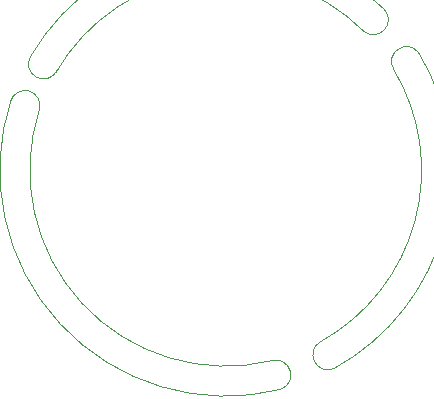
<source format=gko>
%FSLAX24Y24*%
%MOIN*%
G70*
G01*
G75*
G04 Layer_Color=16711935*
%ADD10C,0.0070*%
%ADD11C,0.0197*%
%ADD12R,0.0091X0.0236*%
%ADD13R,0.0236X0.0091*%
%ADD14R,0.1220X0.1220*%
%ADD15R,0.0350X0.0300*%
%ADD16R,0.0300X0.0350*%
%ADD17R,0.0140X0.0800*%
%ADD18R,0.0098X0.0315*%
%ADD19R,0.0787X0.0630*%
%ADD20R,0.0157X0.0197*%
%ADD21R,0.0197X0.0157*%
%ADD22R,0.0394X0.0492*%
%ADD23R,0.0320X0.0320*%
%ADD24C,0.0080*%
%ADD25C,0.0090*%
%ADD26C,0.0100*%
%ADD27C,0.0120*%
%ADD28C,0.0200*%
%ADD29C,0.0150*%
%ADD30C,0.0060*%
%ADD31C,0.0600*%
%ADD32C,0.0700*%
%ADD33C,0.0512*%
%ADD34C,0.0900*%
%ADD35C,0.0551*%
%ADD36C,0.0250*%
%ADD37C,0.0300*%
%ADD38R,0.0394X0.0394*%
%ADD39R,0.0250X0.0400*%
%ADD40R,0.0394X0.0394*%
%ADD41R,0.0400X0.0250*%
G04:AMPARAMS|DCode=42|XSize=43mil|YSize=59mil|CornerRadius=0mil|HoleSize=0mil|Usage=FLASHONLY|Rotation=135.000|XOffset=0mil|YOffset=0mil|HoleType=Round|Shape=Rectangle|*
%AMROTATEDRECTD42*
4,1,4,0.0361,0.0057,-0.0057,-0.0361,-0.0361,-0.0057,0.0057,0.0361,0.0361,0.0057,0.0*
%
%ADD42ROTATEDRECTD42*%

%ADD43C,0.0250*%
%ADD44R,0.0343X0.0494*%
%ADD45R,0.0280X0.0540*%
%ADD46R,0.0720X0.0910*%
%ADD47R,0.0390X0.0580*%
%ADD48R,0.0900X0.0270*%
%ADD49R,0.0852X0.0273*%
%ADD50R,0.0533X0.0468*%
%ADD51R,0.0430X0.0340*%
%ADD52R,0.0200X0.0199*%
%ADD53R,0.2460X0.0890*%
%ADD54R,0.0710X0.0580*%
%ADD55R,0.0990X0.0600*%
%ADD56R,0.0680X0.0570*%
%ADD57R,0.0630X0.0540*%
%ADD58R,0.0700X0.0210*%
%ADD59R,0.0350X0.0165*%
%ADD60R,0.0069X0.0095*%
%ADD61R,0.0570X0.0270*%
%ADD62R,0.0583X0.0462*%
%ADD63R,0.0570X0.0870*%
%ADD64C,0.0449*%
%ADD65R,0.0131X0.0276*%
%ADD66R,0.0276X0.0131*%
%ADD67R,0.1260X0.1260*%
%ADD68R,0.0390X0.0340*%
%ADD69R,0.0340X0.0390*%
%ADD70R,0.0180X0.0840*%
%ADD71R,0.0138X0.0355*%
%ADD72R,0.0827X0.0670*%
%ADD73R,0.0197X0.0237*%
%ADD74R,0.0237X0.0197*%
%ADD75R,0.0434X0.0532*%
%ADD76R,0.0360X0.0360*%
%ADD77C,0.0640*%
%ADD78C,0.0040*%
%ADD79C,0.0740*%
%ADD80C,0.0552*%
%ADD81C,0.0940*%
%ADD82C,0.0591*%
%ADD83C,0.0290*%
%ADD84C,0.0340*%
%ADD85R,0.0434X0.0434*%
%ADD86R,0.0290X0.0440*%
%ADD87R,0.0434X0.0434*%
%ADD88R,0.0440X0.0290*%
G04:AMPARAMS|DCode=89|XSize=47mil|YSize=63mil|CornerRadius=0mil|HoleSize=0mil|Usage=FLASHONLY|Rotation=135.000|XOffset=0mil|YOffset=0mil|HoleType=Round|Shape=Rectangle|*
%AMROTATEDRECTD89*
4,1,4,0.0389,0.0057,-0.0057,-0.0389,-0.0389,-0.0057,0.0057,0.0389,0.0389,0.0057,0.0*
%
%ADD89ROTATEDRECTD89*%

%ADD90C,0.0010*%
G54D90*
X105647Y82777D02*
G03*
X106343Y83493I332J374D01*
G01*
X94851Y80160D02*
G03*
X93885Y80419I-482J131D01*
G01*
X94566Y81939D02*
G03*
X95437Y81451I422J-268D01*
G01*
X107484Y82057D02*
G03*
X106660Y81494I-395J-306D01*
G01*
X102895Y70830D02*
G03*
X102601Y71785I-167J471D01*
G01*
X104242Y72427D02*
G03*
X104693Y71534I227J-446D01*
G01*
X106344Y83495D02*
G03*
X94565Y81940I-5284J-5365D01*
G01*
X93914Y80505D02*
G03*
X102896Y70827I7146J-2375D01*
G01*
X104693Y71534D02*
G03*
X107485Y82058I-3633J6596D01*
G01*
X105647Y82777D02*
G03*
X95401Y81389I-4587J-4647D01*
G01*
X94853Y80159D02*
G03*
X102601Y71784I6207J-2029D01*
G01*
X104241Y72427D02*
G03*
X106658Y81493I-3181J5703D01*
G01*
M02*

</source>
